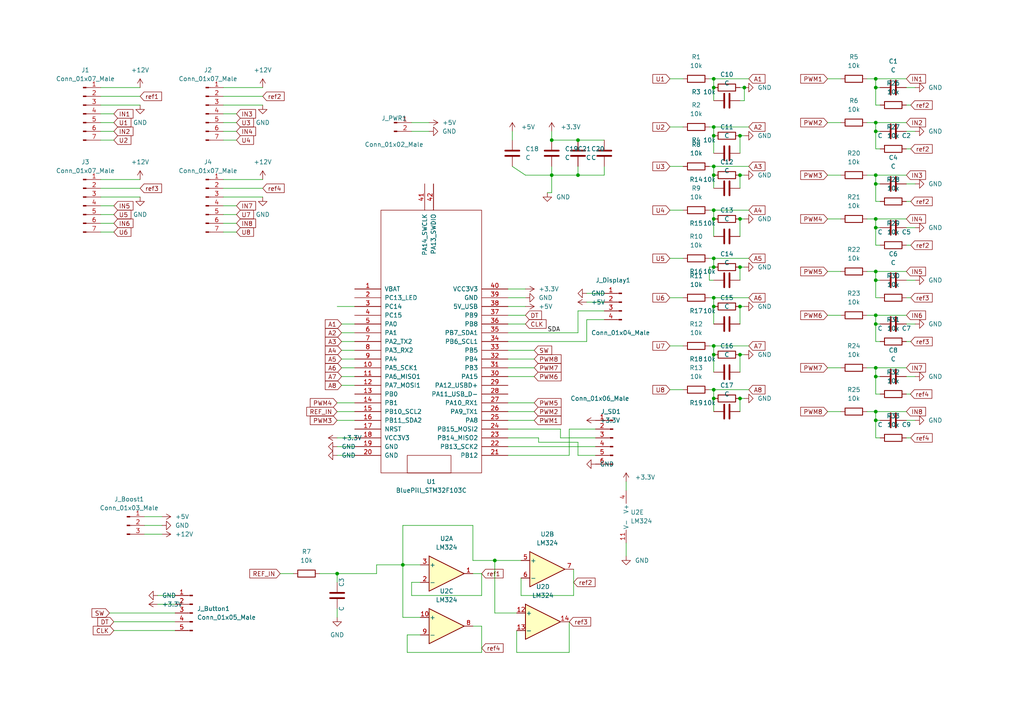
<source format=kicad_sch>
(kicad_sch (version 20211123) (generator eeschema)
  (paper "A4")
  (junction (at 254 109.22))
  (junction (at 214.63 63.5))
  (junction (at 207.01 48.26))
  (junction (at 254 53.34))
  (junction (at 254 119.38))
  (junction (at 254 25.4))
  (junction (at 116.84 163.83))
  (junction (at 160.02 40.64))
  (junction (at 254 93.98))
  (junction (at 214.63 77.47))
  (junction (at 143.51 162.56))
  (junction (at 214.63 115.57))
  (junction (at 207.01 39.37))
  (junction (at 214.63 50.8))
  (junction (at 254 121.92))
  (junction (at 207.01 86.36))
  (junction (at 254 91.44))
  (junction (at 207.01 102.87))
  (junction (at 207.01 25.4))
  (junction (at 207.01 77.47))
  (junction (at 207.01 88.9))
  (junction (at 207.01 22.86))
  (junction (at 97.79 166.37))
  (junction (at 160.02 50.8))
  (junction (at 207.01 74.93))
  (junction (at 167.64 50.8))
  (junction (at 254 35.56))
  (junction (at 254 50.8))
  (junction (at 214.63 88.9))
  (junction (at 207.01 115.57))
  (junction (at 215.9 25.4))
  (junction (at 214.63 39.37))
  (junction (at 254 78.74))
  (junction (at 254 81.28))
  (junction (at 207.01 63.5))
  (junction (at 254 63.5))
  (junction (at 207.01 100.33))
  (junction (at 214.63 102.87))
  (junction (at 254 106.68))
  (junction (at 207.01 113.03))
  (junction (at 207.01 36.83))
  (junction (at 207.01 60.96))
  (junction (at 254 66.04))
  (junction (at 254 22.86))
  (junction (at 207.01 50.8))
  (junction (at 254 38.1))
  (junction (at 167.64 40.64))
  (wire (pts (xy 240.03 78.74) (xy 243.84 78.74)))
  (wire (pts (xy 254 121.92) (xy 255.27 121.92)))
  (wire (pts (xy 160.02 48.26) (xy 160.02 50.8)))
  (wire (pts (xy 205.74 81.28) (xy 205.74 77.47)))
  (wire (pts (xy 262.89 86.36) (xy 264.16 86.36)))
  (wire (pts (xy 205.74 60.96) (xy 207.01 60.96)))
  (wire (pts (xy 116.84 152.4) (xy 116.84 163.83)))
  (wire (pts (xy 207.01 60.96) (xy 207.01 63.5)))
  (wire (pts (xy 139.7 172.72) (xy 119.38 172.72)))
  (wire (pts (xy 172.72 132.08) (xy 167.64 132.08)))
  (wire (pts (xy 207.01 113.03) (xy 207.01 115.57)))
  (wire (pts (xy 64.77 33.02) (xy 68.58 33.02)))
  (wire (pts (xy 148.59 38.1) (xy 148.59 40.64)))
  (wire (pts (xy 254 93.98) (xy 255.27 93.98)))
  (wire (pts (xy 170.18 92.71) (xy 170.18 99.06)))
  (wire (pts (xy 262.89 43.18) (xy 264.16 43.18)))
  (wire (pts (xy 254 119.38) (xy 254 121.92)))
  (wire (pts (xy 99.06 104.14) (xy 102.87 104.14)))
  (wire (pts (xy 262.89 71.12) (xy 264.16 71.12)))
  (wire (pts (xy 251.46 91.44) (xy 254 91.44)))
  (wire (pts (xy 119.38 172.72) (xy 119.38 168.91)))
  (wire (pts (xy 29.21 64.77) (xy 33.02 64.77)))
  (wire (pts (xy 118.11 184.15) (xy 121.92 184.15)))
  (wire (pts (xy 205.74 100.33) (xy 207.01 100.33)))
  (wire (pts (xy 254 50.8) (xy 262.89 50.8)))
  (wire (pts (xy 255.27 99.06) (xy 254 99.06)))
  (wire (pts (xy 172.72 127) (xy 162.56 127)))
  (wire (pts (xy 205.74 48.26) (xy 207.01 48.26)))
  (wire (pts (xy 254 93.98) (xy 254 99.06)))
  (wire (pts (xy 29.21 35.56) (xy 33.02 35.56)))
  (wire (pts (xy 194.31 60.96) (xy 198.12 60.96)))
  (wire (pts (xy 254 106.68) (xy 262.89 106.68)))
  (wire (pts (xy 207.01 115.57) (xy 207.01 119.38)))
  (wire (pts (xy 167.64 50.8) (xy 175.26 50.8)))
  (wire (pts (xy 29.21 25.4) (xy 40.64 25.4)))
  (wire (pts (xy 214.63 102.87) (xy 214.63 107.95)))
  (wire (pts (xy 214.63 39.37) (xy 214.63 44.45)))
  (wire (pts (xy 240.03 119.38) (xy 243.84 119.38)))
  (wire (pts (xy 64.77 59.69) (xy 68.58 59.69)))
  (wire (pts (xy 251.46 35.56) (xy 254 35.56)))
  (wire (pts (xy 64.77 38.1) (xy 68.58 38.1)))
  (wire (pts (xy 207.01 113.03) (xy 217.17 113.03)))
  (wire (pts (xy 156.21 128.27) (xy 156.21 127)))
  (wire (pts (xy 254 91.44) (xy 254 93.98)))
  (wire (pts (xy 207.01 86.36) (xy 207.01 88.9)))
  (wire (pts (xy 167.64 40.64) (xy 175.26 40.64)))
  (wire (pts (xy 207.01 50.8) (xy 207.01 54.61)))
  (wire (pts (xy 170.18 87.63) (xy 175.26 87.63)))
  (wire (pts (xy 254 81.28) (xy 254 86.36)))
  (wire (pts (xy 41.91 149.86) (xy 46.99 149.86)))
  (wire (pts (xy 255.27 86.36) (xy 254 86.36)))
  (wire (pts (xy 255.27 71.12) (xy 254 71.12)))
  (wire (pts (xy 147.32 101.6) (xy 154.94 101.6)))
  (wire (pts (xy 97.79 132.08) (xy 102.87 132.08)))
  (wire (pts (xy 33.02 180.34) (xy 50.8 180.34)))
  (wire (pts (xy 207.01 74.93) (xy 217.17 74.93)))
  (wire (pts (xy 207.01 48.26) (xy 207.01 50.8)))
  (wire (pts (xy 29.21 57.15) (xy 40.64 57.15)))
  (wire (pts (xy 255.27 127) (xy 254 127)))
  (wire (pts (xy 254 78.74) (xy 262.89 78.74)))
  (wire (pts (xy 149.86 189.23) (xy 149.86 182.88)))
  (wire (pts (xy 97.79 116.84) (xy 102.87 116.84)))
  (wire (pts (xy 207.01 48.26) (xy 217.17 48.26)))
  (wire (pts (xy 251.46 119.38) (xy 254 119.38)))
  (wire (pts (xy 147.32 93.98) (xy 152.4 93.98)))
  (wire (pts (xy 147.32 109.22) (xy 154.94 109.22)))
  (wire (pts (xy 254 66.04) (xy 254 71.12)))
  (wire (pts (xy 254 63.5) (xy 262.89 63.5)))
  (wire (pts (xy 137.16 166.37) (xy 139.7 166.37)))
  (wire (pts (xy 29.21 27.94) (xy 40.64 27.94)))
  (wire (pts (xy 207.01 36.83) (xy 207.01 39.37)))
  (wire (pts (xy 254 53.34) (xy 254 58.42)))
  (wire (pts (xy 207.01 25.4) (xy 207.01 29.21)))
  (wire (pts (xy 207.01 88.9) (xy 207.01 93.98)))
  (wire (pts (xy 64.77 57.15) (xy 76.2 57.15)))
  (wire (pts (xy 240.03 50.8) (xy 243.84 50.8)))
  (wire (pts (xy 262.89 121.92) (xy 265.43 121.92)))
  (wire (pts (xy 147.32 132.08) (xy 165.1 132.08)))
  (wire (pts (xy 45.72 175.26) (xy 50.8 175.26)))
  (wire (pts (xy 254 63.5) (xy 254 66.04)))
  (wire (pts (xy 255.27 58.42) (xy 254 58.42)))
  (wire (pts (xy 99.06 93.98) (xy 102.87 93.98)))
  (wire (pts (xy 207.01 22.86) (xy 207.01 25.4)))
  (wire (pts (xy 254 81.28) (xy 255.27 81.28)))
  (wire (pts (xy 137.16 181.61) (xy 139.7 181.61)))
  (wire (pts (xy 167.64 128.27) (xy 156.21 128.27)))
  (wire (pts (xy 207.01 39.37) (xy 207.01 44.45)))
  (wire (pts (xy 262.89 66.04) (xy 265.43 66.04)))
  (wire (pts (xy 207.01 86.36) (xy 217.17 86.36)))
  (wire (pts (xy 116.84 163.83) (xy 109.22 163.83)))
  (wire (pts (xy 147.32 121.92) (xy 154.94 121.92)))
  (wire (pts (xy 207.01 100.33) (xy 207.01 102.87)))
  (wire (pts (xy 152.4 50.8) (xy 160.02 50.8)))
  (wire (pts (xy 64.77 64.77) (xy 68.58 64.77)))
  (wire (pts (xy 97.79 88.9) (xy 102.87 88.9)))
  (wire (pts (xy 207.01 36.83) (xy 217.17 36.83)))
  (wire (pts (xy 254 22.86) (xy 262.89 22.86)))
  (wire (pts (xy 205.74 86.36) (xy 207.01 86.36)))
  (wire (pts (xy 207.01 63.5) (xy 207.01 68.58)))
  (wire (pts (xy 207.01 22.86) (xy 217.17 22.86)))
  (wire (pts (xy 240.03 91.44) (xy 243.84 91.44)))
  (wire (pts (xy 99.06 106.68) (xy 102.87 106.68)))
  (wire (pts (xy 167.64 40.64) (xy 160.02 40.64)))
  (wire (pts (xy 119.38 168.91) (xy 121.92 168.91)))
  (wire (pts (xy 175.26 92.71) (xy 170.18 92.71)))
  (wire (pts (xy 165.1 180.34) (xy 165.1 189.23)))
  (wire (pts (xy 41.91 152.4) (xy 46.99 152.4)))
  (wire (pts (xy 97.79 129.54) (xy 102.87 129.54)))
  (wire (pts (xy 160.02 38.1) (xy 160.02 40.64)))
  (wire (pts (xy 167.64 132.08) (xy 167.64 128.27)))
  (wire (pts (xy 215.9 63.5) (xy 214.63 63.5)))
  (wire (pts (xy 194.31 22.86) (xy 198.12 22.86)))
  (wire (pts (xy 29.21 38.1) (xy 33.02 38.1)))
  (wire (pts (xy 254 78.74) (xy 254 81.28)))
  (wire (pts (xy 147.32 86.36) (xy 152.4 86.36)))
  (wire (pts (xy 151.13 162.56) (xy 143.51 162.56)))
  (wire (pts (xy 262.89 99.06) (xy 264.16 99.06)))
  (wire (pts (xy 162.56 127) (xy 162.56 124.46)))
  (wire (pts (xy 64.77 40.64) (xy 68.58 40.64)))
  (wire (pts (xy 139.7 166.37) (xy 139.7 172.72)))
  (wire (pts (xy 64.77 35.56) (xy 68.58 35.56)))
  (wire (pts (xy 240.03 35.56) (xy 243.84 35.56)))
  (wire (pts (xy 254 25.4) (xy 254 30.48)))
  (wire (pts (xy 149.86 177.8) (xy 143.51 177.8)))
  (wire (pts (xy 29.21 54.61) (xy 40.64 54.61)))
  (wire (pts (xy 205.74 36.83) (xy 207.01 36.83)))
  (wire (pts (xy 215.9 39.37) (xy 214.63 39.37)))
  (wire (pts (xy 160.02 55.88) (xy 158.75 55.88)))
  (wire (pts (xy 64.77 30.48) (xy 76.2 30.48)))
  (wire (pts (xy 99.06 99.06) (xy 102.87 99.06)))
  (wire (pts (xy 214.63 77.47) (xy 214.63 81.28)))
  (wire (pts (xy 254 38.1) (xy 255.27 38.1)))
  (wire (pts (xy 254 35.56) (xy 262.89 35.56)))
  (wire (pts (xy 165.1 124.46) (xy 165.1 132.08)))
  (wire (pts (xy 160.02 50.8) (xy 167.64 50.8)))
  (wire (pts (xy 207.01 102.87) (xy 207.01 107.95)))
  (wire (pts (xy 207.01 100.33) (xy 217.17 100.33)))
  (wire (pts (xy 240.03 106.68) (xy 243.84 106.68)))
  (wire (pts (xy 29.21 30.48) (xy 40.64 30.48)))
  (wire (pts (xy 99.06 96.52) (xy 102.87 96.52)))
  (wire (pts (xy 194.31 86.36) (xy 198.12 86.36)))
  (wire (pts (xy 147.32 116.84) (xy 154.94 116.84)))
  (wire (pts (xy 160.02 50.8) (xy 160.02 55.88)))
  (wire (pts (xy 254 25.4) (xy 255.27 25.4)))
  (wire (pts (xy 121.92 179.07) (xy 116.84 179.07)))
  (wire (pts (xy 194.31 48.26) (xy 198.12 48.26)))
  (wire (pts (xy 254 35.56) (xy 254 38.1)))
  (wire (pts (xy 254 91.44) (xy 262.89 91.44)))
  (wire (pts (xy 205.74 22.86) (xy 207.01 22.86)))
  (wire (pts (xy 254 22.86) (xy 254 25.4)))
  (wire (pts (xy 147.32 129.54) (xy 172.72 129.54)))
  (wire (pts (xy 97.79 127) (xy 102.87 127)))
  (wire (pts (xy 118.11 189.23) (xy 118.11 184.15)))
  (wire (pts (xy 262.89 93.98) (xy 265.43 93.98)))
  (wire (pts (xy 64.77 27.94) (xy 76.2 27.94)))
  (wire (pts (xy 215.9 25.4) (xy 214.63 25.4)))
  (wire (pts (xy 147.32 127) (xy 156.21 127)))
  (wire (pts (xy 254 53.34) (xy 255.27 53.34)))
  (wire (pts (xy 139.7 181.61) (xy 139.7 189.23)))
  (wire (pts (xy 255.27 43.18) (xy 254 43.18)))
  (wire (pts (xy 99.06 101.6) (xy 102.87 101.6)))
  (wire (pts (xy 262.89 38.1) (xy 265.43 38.1)))
  (wire (pts (xy 167.64 50.8) (xy 167.64 48.26)))
  (wire (pts (xy 251.46 78.74) (xy 254 78.74)))
  (wire (pts (xy 194.31 74.93) (xy 198.12 74.93)))
  (wire (pts (xy 251.46 50.8) (xy 254 50.8)))
  (wire (pts (xy 214.63 88.9) (xy 214.63 93.98)))
  (wire (pts (xy 139.7 189.23) (xy 118.11 189.23)))
  (wire (pts (xy 262.89 127) (xy 264.16 127)))
  (wire (pts (xy 33.02 182.88) (xy 50.8 182.88)))
  (wire (pts (xy 29.21 59.69) (xy 33.02 59.69)))
  (wire (pts (xy 64.77 62.23) (xy 68.58 62.23)))
  (wire (pts (xy 170.18 99.06) (xy 147.32 99.06)))
  (wire (pts (xy 254 119.38) (xy 262.89 119.38)))
  (wire (pts (xy 147.32 104.14) (xy 154.94 104.14)))
  (wire (pts (xy 97.79 166.37) (xy 97.79 168.91)))
  (wire (pts (xy 92.71 166.37) (xy 97.79 166.37)))
  (wire (pts (xy 207.01 74.93) (xy 207.01 77.47)))
  (wire (pts (xy 205.74 113.03) (xy 207.01 113.03)))
  (wire (pts (xy 167.64 96.52) (xy 167.64 90.17)))
  (wire (pts (xy 29.21 67.31) (xy 33.02 67.31)))
  (wire (pts (xy 194.31 113.03) (xy 198.12 113.03)))
  (wire (pts (xy 215.9 115.57) (xy 214.63 115.57)))
  (wire (pts (xy 64.77 54.61) (xy 76.2 54.61)))
  (wire (pts (xy 254 38.1) (xy 254 43.18)))
  (wire (pts (xy 181.61 139.7) (xy 181.61 142.24)))
  (wire (pts (xy 240.03 22.86) (xy 243.84 22.86)))
  (wire (pts (xy 254 50.8) (xy 254 53.34)))
  (wire (pts (xy 175.26 48.26) (xy 175.26 50.8)))
  (wire (pts (xy 262.89 109.22) (xy 265.43 109.22)))
  (wire (pts (xy 109.22 163.83) (xy 109.22 166.37)))
  (wire (pts (xy 148.59 48.26) (xy 152.4 50.8)))
  (wire (pts (xy 29.21 52.07) (xy 40.64 52.07)))
  (wire (pts (xy 64.77 25.4) (xy 76.2 25.4)))
  (wire (pts (xy 215.9 29.21) (xy 215.9 25.4)))
  (wire (pts (xy 215.9 50.8) (xy 214.63 50.8)))
  (wire (pts (xy 151.13 172.72) (xy 151.13 167.64)))
  (wire (pts (xy 97.79 119.38) (xy 102.87 119.38)))
  (wire (pts (xy 166.37 172.72) (xy 151.13 172.72)))
  (wire (pts (xy 215.9 102.87) (xy 214.63 102.87)))
  (wire (pts (xy 215.9 77.47) (xy 214.63 77.47)))
  (wire (pts (xy 45.72 172.72) (xy 50.8 172.72)))
  (wire (pts (xy 147.32 106.68) (xy 154.94 106.68)))
  (wire (pts (xy 64.77 52.07) (xy 76.2 52.07)))
  (wire (pts (xy 262.89 25.4) (xy 265.43 25.4)))
  (wire (pts (xy 166.37 165.1) (xy 166.37 172.72)))
  (wire (pts (xy 121.92 163.83) (xy 116.84 163.83)))
  (wire (pts (xy 99.06 109.22) (xy 102.87 109.22)))
  (wire (pts (xy 119.38 38.1) (xy 124.46 38.1)))
  (wire (pts (xy 251.46 106.68) (xy 254 106.68)))
  (wire (pts (xy 147.32 124.46) (xy 162.56 124.46)))
  (wire (pts (xy 29.21 40.64) (xy 33.02 40.64)))
  (wire (pts (xy 205.74 81.28) (xy 207.01 81.28)))
  (wire (pts (xy 41.91 154.94) (xy 46.99 154.94)))
  (wire (pts (xy 165.1 189.23) (xy 149.86 189.23)))
  (wire (pts (xy 254 121.92) (xy 254 127)))
  (wire (pts (xy 255.27 114.3) (xy 254 114.3)))
  (wire (pts (xy 116.84 163.83) (xy 116.84 179.07)))
  (wire (pts (xy 143.51 162.56) (xy 137.16 162.56)))
  (wire (pts (xy 240.03 63.5) (xy 243.84 63.5)))
  (wire (pts (xy 251.46 63.5) (xy 254 63.5)))
  (wire (pts (xy 172.72 124.46) (xy 165.1 124.46)))
  (wire (pts (xy 147.32 83.82) (xy 152.4 83.82)))
  (wire (pts (xy 147.32 96.52) (xy 167.64 96.52)))
  (wire (pts (xy 262.89 30.48) (xy 264.16 30.48)))
  (wire (pts (xy 214.63 29.21) (xy 215.9 29.21)))
  (wire (pts (xy 119.38 35.56) (xy 124.46 35.56)))
  (wire (pts (xy 254 106.68) (xy 254 109.22)))
  (wire (pts (xy 214.63 68.58) (xy 214.63 63.5)))
  (wire (pts (xy 205.74 77.47) (xy 207.01 77.47)))
  (wire (pts (xy 99.06 111.76) (xy 102.87 111.76)))
  (wire (pts (xy 29.21 62.23) (xy 33.02 62.23)))
  (wire (pts (xy 254 66.04) (xy 255.27 66.04)))
  (wire (pts (xy 251.46 22.86) (xy 254 22.86)))
  (wire (pts (xy 109.22 166.37) (xy 97.79 166.37)))
  (wire (pts (xy 147.32 88.9) (xy 152.4 88.9)))
  (wire (pts (xy 181.61 157.48) (xy 181.61 161.29)))
  (wire (pts (xy 137.16 162.56) (xy 137.16 152.4)))
  (wire (pts (xy 81.28 166.37) (xy 85.09 166.37)))
  (wire (pts (xy 29.21 33.02) (xy 33.02 33.02)))
  (wire (pts (xy 194.31 36.83) (xy 198.12 36.83)))
  (wire (pts (xy 167.64 90.17) (xy 175.26 90.17)))
  (wire (pts (xy 262.89 81.28) (xy 265.43 81.28)))
  (wire (pts (xy 262.89 58.42) (xy 264.16 58.42)))
  (wire (pts (xy 194.31 100.33) (xy 198.12 100.33)))
  (wire (pts (xy 254 109.22) (xy 254 114.3)))
  (wire (pts (xy 214.63 50.8) (xy 214.63 54.61)))
  (wire (pts (xy 170.18 85.09) (xy 175.26 85.09)))
  (wire (pts (xy 97.79 121.92) (xy 102.87 121.92)))
  (wire (pts (xy 97.79 176.53) (xy 97.79 179.07)))
  (wire (pts (xy 147.32 119.38) (xy 154.94 119.38)))
  (wire (pts (xy 207.01 60.96) (xy 217.17 60.96)))
  (wire (pts (xy 262.89 114.3) (xy 264.16 114.3)))
  (wire (pts (xy 254 109.22) (xy 255.27 109.22)))
  (wire (pts (xy 214.63 115.57) (xy 214.63 119.38)))
  (wire (pts (xy 255.27 30.48) (xy 254 30.48)))
  (wire (pts (xy 64.77 67.31) (xy 68.58 67.31)))
  (wire (pts (xy 31.75 177.8) (xy 50.8 177.8)))
  (wire (pts (xy 147.32 91.44) (xy 152.4 91.44)))
  (wire (pts (xy 205.74 74.93) (xy 207.01 74.93)))
  (wire (pts (xy 143.51 162.56) (xy 143.51 177.8)))
  (wire (pts (xy 137.16 152.4) (xy 116.84 152.4)))
  (wire (pts (xy 262.89 53.34) (xy 265.43 53.34)))
  (wire (pts (xy 215.9 88.9) (xy 214.63 88.9)))
  (label "SDA" (at 158.75 96.52 0))
  (global_label "ref4" (shape input) (at 264.16 127 0) (property "Intersheet References" "${INTERSHEET_REFS}" (effects hide)))
  (global_label "ref3" (shape input) (at 165.1 180.34 0) (property "Intersheet References" "${INTERSHEET_REFS}" (effects hide)))
  (global_label "A8" (shape input) (at 217.17 113.03 0) (property "Intersheet References" "${INTERSHEET_REFS}" (effects hide)))
  (global_label "A4" (shape input) (at 217.17 60.96 0) (property "Intersheet References" "${INTERSHEET_REFS}" (effects hide)))
  (global_label "IN5" (shape input) (at 33.02 59.69 0) (property "Intersheet References" "${INTERSHEET_REFS}" (effects hide)))
  (global_label "SW" (shape input) (at 154.94 101.6 0) (property "Intersheet References" "${INTERSHEET_REFS}" (effects hide)))
  (global_label "ref3" (shape input) (at 264.16 99.06 0) (property "Intersheet References" "${INTERSHEET_REFS}" (effects hide)))
  (global_label "IN1" (shape input) (at 33.02 33.02 0) (property "Intersheet References" "${INTERSHEET_REFS}" (effects hide)))
  (global_label "ref3" (shape input) (at 264.16 86.36 0) (property "Intersheet References" "${INTERSHEET_REFS}" (effects hide)))
  (global_label "U2" (shape input) (at 194.31 36.83 180) (property "Intersheet References" "${INTERSHEET_REFS}" (effects hide)))
  (global_label "ref2" (shape input) (at 264.16 58.42 0) (property "Intersheet References" "${INTERSHEET_REFS}" (effects hide)))
  (global_label "ref3" (shape input) (at 40.64 54.61 0) (property "Intersheet References" "${INTERSHEET_REFS}" (effects hide)))
  (global_label "PWM7" (shape input) (at 240.03 106.68 180) (property "Intersheet References" "${INTERSHEET_REFS}" (effects hide)))
  (global_label "ref1" (shape input) (at 139.7 166.37 0) (property "Intersheet References" "${INTERSHEET_REFS}" (effects hide)))
  (global_label "IN8" (shape input) (at 68.58 64.77 0) (property "Intersheet References" "${INTERSHEET_REFS}" (effects hide)))
  (global_label "SW" (shape input) (at 31.75 177.8 180) (property "Intersheet References" "${INTERSHEET_REFS}" (effects hide)))
  (global_label "A8" (shape input) (at 99.06 111.76 180) (property "Intersheet References" "${INTERSHEET_REFS}" (effects hide)))
  (global_label "PWM3" (shape input) (at 240.03 50.8 180) (property "Intersheet References" "${INTERSHEET_REFS}" (effects hide)))
  (global_label "IN4" (shape input) (at 262.89 63.5 0) (property "Intersheet References" "${INTERSHEET_REFS}" (effects hide)))
  (global_label "U5" (shape input) (at 194.31 74.93 180) (property "Intersheet References" "${INTERSHEET_REFS}" (effects hide)))
  (global_label "U5" (shape input) (at 33.02 62.23 0) (property "Intersheet References" "${INTERSHEET_REFS}" (effects hide)))
  (global_label "ref1" (shape input) (at 40.64 27.94 0) (property "Intersheet References" "${INTERSHEET_REFS}" (effects hide)))
  (global_label "A7" (shape input) (at 217.17 100.33 0) (property "Intersheet References" "${INTERSHEET_REFS}" (effects hide)))
  (global_label "IN2" (shape input) (at 33.02 38.1 0) (property "Intersheet References" "${INTERSHEET_REFS}" (effects hide)))
  (global_label "U6" (shape input) (at 194.31 86.36 180) (property "Intersheet References" "${INTERSHEET_REFS}" (effects hide)))
  (global_label "IN4" (shape input) (at 68.58 38.1 0) (property "Intersheet References" "${INTERSHEET_REFS}" (effects hide)))
  (global_label "PWM2" (shape input) (at 154.94 119.38 0) (property "Intersheet References" "${INTERSHEET_REFS}" (effects hide)))
  (global_label "A4" (shape input) (at 99.06 101.6 180) (property "Intersheet References" "${INTERSHEET_REFS}" (effects hide)))
  (global_label "IN8" (shape input) (at 262.89 119.38 0) (property "Intersheet References" "${INTERSHEET_REFS}" (effects hide)))
  (global_label "IN6" (shape input) (at 262.89 91.44 0) (property "Intersheet References" "${INTERSHEET_REFS}" (effects hide)))
  (global_label "PWM1" (shape input) (at 240.03 22.86 180) (property "Intersheet References" "${INTERSHEET_REFS}" (effects hide)))
  (global_label "A3" (shape input) (at 217.17 48.26 0) (property "Intersheet References" "${INTERSHEET_REFS}" (effects hide)))
  (global_label "U2" (shape input) (at 33.02 40.64 0) (property "Intersheet References" "${INTERSHEET_REFS}" (effects hide)))
  (global_label "PWM1" (shape input) (at 154.94 121.92 0) (property "Intersheet References" "${INTERSHEET_REFS}" (effects hide)))
  (global_label "A2" (shape input) (at 217.17 36.83 0) (property "Intersheet References" "${INTERSHEET_REFS}" (effects hide)))
  (global_label "IN7" (shape input) (at 68.58 59.69 0) (property "Intersheet References" "${INTERSHEET_REFS}" (effects hide)))
  (global_label "A5" (shape input) (at 99.06 104.14 180) (property "Intersheet References" "${INTERSHEET_REFS}" (effects hide)))
  (global_label "U8" (shape input) (at 68.58 67.31 0) (property "Intersheet References" "${INTERSHEET_REFS}" (effects hide)))
  (global_label "U7" (shape input) (at 194.31 100.33 180) (property "Intersheet References" "${INTERSHEET_REFS}" (effects hide)))
  (global_label "ref2" (shape input) (at 264.16 71.12 0) (property "Intersheet References" "${INTERSHEET_REFS}" (effects hide)))
  (global_label "PWM8" (shape input) (at 240.03 119.38 180) (property "Intersheet References" "${INTERSHEET_REFS}" (effects hide)))
  (global_label "IN5" (shape input) (at 262.89 78.74 0) (property "Intersheet References" "${INTERSHEET_REFS}" (effects hide)))
  (global_label "CLK" (shape input) (at 152.4 93.98 0) (property "Intersheet References" "${INTERSHEET_REFS}" (effects hide)))
  (global_label "A6" (shape input) (at 217.17 86.36 0) (property "Intersheet References" "${INTERSHEET_REFS}" (effects hide)))
  (global_label "DT" (shape input) (at 152.4 91.44 0) (property "Intersheet References" "${INTERSHEET_REFS}" (effects hide)))
  (global_label "ref2" (shape input) (at 76.2 27.94 0) (property "Intersheet References" "${INTERSHEET_REFS}" (effects hide)))
  (global_label "ref2" (shape input) (at 264.16 43.18 0) (property "Intersheet References" "${INTERSHEET_REFS}" (effects hide)))
  (global_label "PWM7" (shape input) (at 154.94 106.68 0) (property "Intersheet References" "${INTERSHEET_REFS}" (effects hide)))
  (global_label "ref4" (shape input) (at 76.2 54.61 0) (property "Intersheet References" "${INTERSHEET_REFS}" (effects hide)))
  (global_label "PWM5" (shape input) (at 154.94 116.84 0) (property "Intersheet References" "${INTERSHEET_REFS}" (effects hide)))
  (global_label "CLK" (shape input) (at 33.02 182.88 180) (property "Intersheet References" "${INTERSHEET_REFS}" (effects hide)))
  (global_label "REF_IN" (shape input) (at 97.79 119.38 180) (property "Intersheet References" "${INTERSHEET_REFS}" (effects hide)))
  (global_label "IN2" (shape input) (at 262.89 35.56 0) (property "Intersheet References" "${INTERSHEET_REFS}" (effects hide)))
  (global_label "A2" (shape input) (at 99.06 96.52 180) (property "Intersheet References" "${INTERSHEET_REFS}" (effects hide)))
  (global_label "PWM4" (shape input) (at 97.79 116.84 180) (property "Intersheet References" "${INTERSHEET_REFS}" (effects hide)))
  (global_label "A5" (shape input) (at 217.17 74.93 0) (property "Intersheet References" "${INTERSHEET_REFS}" (effects hide)))
  (global_label "PWM8" (shape input) (at 154.94 104.14 0) (property "Intersheet References" "${INTERSHEET_REFS}" (effects hide)))
  (global_label "U4" (shape input) (at 194.31 60.96 180) (property "Intersheet References" "${INTERSHEET_REFS}" (effects hide)))
  (global_label "U3" (shape input) (at 68.58 35.56 0) (property "Intersheet References" "${INTERSHEET_REFS}" (effects hide)))
  (global_label "DT" (shape input) (at 33.02 180.34 180) (property "Intersheet References" "${INTERSHEET_REFS}" (effects hide)))
  (global_label "PWM3" (shape input) (at 97.79 121.92 180) (property "Intersheet References" "${INTERSHEET_REFS}" (effects hide)))
  (global_label "IN7" (shape input) (at 262.89 106.68 0) (property "Intersheet References" "${INTERSHEET_REFS}" (effects hide)))
  (global_label "A3" (shape input) (at 99.06 99.06 180) (property "Intersheet References" "${INTERSHEET_REFS}" (effects hide)))
  (global_label "U6" (shape input) (at 33.02 67.31 0) (property "Intersheet References" "${INTERSHEET_REFS}" (effects hide)))
  (global_label "ref4" (shape input) (at 264.0496 114.3 0) (property "Intersheet References" "${INTERSHEET_REFS}" (effects hide)))
  (global_label "A1" (shape input) (at 217.17 22.86 0) (property "Intersheet References" "${INTERSHEET_REFS}" (effects hide)))
  (global_label "A1" (shape input) (at 99.06 93.98 180) (property "Intersheet References" "${INTERSHEET_REFS}" (effects hide)))
  (global_label "IN1" (shape input) (at 262.89 22.86 0) (property "Intersheet References" "${INTERSHEET_REFS}" (effects hide)))
  (global_label "U4" (shape input) (at 68.58 40.64 0) (property "Intersheet References" "${INTERSHEET_REFS}" (effects hide)))
  (global_label "IN6" (shape input) (at 33.02 64.77 0) (property "Intersheet References" "${INTERSHEET_REFS}" (effects hide)))
  (global_label "U8" (shape input) (at 194.31 113.03 180) (property "Intersheet References" "${INTERSHEET_REFS}" (effects hide)))
  (global_label "U1" (shape input) (at 33.02 35.56 0) (property "Intersheet References" "${INTERSHEET_REFS}" (effects hide)))
  (global_label "ref2" (shape input) (at 166.37 168.91 0) (property "Intersheet References" "${INTERSHEET_REFS}" (effects hide)))
  (global_label "A6" (shape input) (at 99.06 106.68 180) (property "Intersheet References" "${INTERSHEET_REFS}" (effects hide)))
  (global_label "PWM6" (shape input) (at 154.94 109.22 0) (property "Intersheet References" "${INTERSHEET_REFS}" (effects hide)))
  (global_label "IN3" (shape input) (at 262.89 50.8 0) (property "Intersheet References" "${INTERSHEET_REFS}" (effects hide)))
  (global_label "U1" (shape input) (at 194.31 22.86 180) (property "Intersheet References" "${INTERSHEET_REFS}" (effects hide)))
  (global_label "PWM4" (shape input) (at 240.03 63.5 180) (property "Intersheet References" "${INTERSHEET_REFS}" (effects hide)))
  (global_label "PWM2" (shape input) (at 240.03 35.56 180) (property "Intersheet References" "${INTERSHEET_REFS}" (effects hide)))
  (global_label "PWM6" (shape input) (at 240.03 91.44 180) (property "Intersheet References" "${INTERSHEET_REFS}" (effects hide)))
  (global_label "A7" (shape input) (at 99.06 109.22 180) (property "Intersheet References" "${INTERSHEET_REFS}" (effects hide)))
  (global_label "U7" (shape input) (at 68.58 62.23 0) (property "Intersheet References" "${INTERSHEET_REFS}" (effects hide)))
  (global_label "ref2" (shape input) (at 264.16 30.48 0) (property "Intersheet References" "${INTERSHEET_REFS}" (effects hide)))
  (global_label "ref4" (shape input) (at 139.7 187.96 0) (property "Intersheet References" "${INTERSHEET_REFS}" (effects hide)))
  (global_label "IN3" (shape input) (at 68.58 33.02 0) (property "Intersheet References" "${INTERSHEET_REFS}" (effects hide)))
  (global_label "REF_IN" (shape input) (at 81.28 166.37 180) (property "Intersheet References" "${INTERSHEET_REFS}" (effects hide)))
  (global_label "U3" (shape input) (at 194.31 48.26 180) (property "Intersheet References" "${INTERSHEET_REFS}" (effects hide)))
  (global_label "PWM5" (shape input) (at 240.03 78.74 180) (property "Intersheet References" "${INTERSHEET_REFS}" (effects hide)))
  (symbol (lib_id "Device:R") (at 259.08 86.36 270) (unit 1)
    (property "Reference" "R30" (at 259.08 80.01 90))
    (property "Value" "10k" (at 259.08 82.55 90))
    (property "Footprint" "Resistor_SMD:R_1206_3216Metric" (effects hide))
  )
  (symbol (lib_id "power:+12V") (at 76.2 25.4 0) (unit 1)
    (property "Reference" "#PWR0138" (effects hide))
    (property "Value" "+12V" (at 76.2 20.32 0))
  )
  (symbol (lib_id "power:+5V") (at 152.4 88.9 270) (unit 1)
    (property "Reference" "#PWR0109" (effects hide))
    (property "Value" "+5V" (at 156.21 88.8999 90) (effects (justify left)))
  )
  (symbol (lib_id "power:GND") (at 265.43 81.28 90) (unit 1)
    (property "Reference" "#PWR0125" (effects hide))
    (property "Value" "GND" (at 269.24 81.2799 90) (effects (justify right)))
  )
  (symbol (lib_id "Device:R") (at 259.08 99.06 270) (unit 1)
    (property "Reference" "R31" (at 259.08 92.71 90))
    (property "Value" "10k" (at 259.08 95.25 90))
    (property "Footprint" "Resistor_SMD:R_1206_3216Metric" (effects hide))
  )
  (symbol (lib_id "Connector:Conn_01x07_Male") (at 24.13 59.69 0) (unit 1)
    (property "Reference" "J3" (at 24.765 46.99 0))
    (property "Value" "Conn_01x07_Male" (at 24.765 49.53 0))
    (property "Footprint" "Connector_PinHeader_2.54mm:PinHeader_1x07_P2.54mm_Vertical" (effects hide))
  )
  (symbol (lib_id "power:GND") (at 215.9 39.37 90) (unit 1)
    (property "Reference" "#PWR0105" (effects hide))
    (property "Value" "GND" (at 219.71 39.3699 90) (effects (justify right)))
  )
  (symbol (lib_id "Device:R") (at 201.93 36.83 270) (unit 1)
    (property "Reference" "R2" (at 201.93 30.48 90))
    (property "Value" "10k" (at 201.93 33.02 90))
    (property "Footprint" "Resistor_SMD:R_1206_3216Metric" (effects hide))
  )
  (symbol (lib_id "power:GND") (at 76.2 57.15 0) (unit 1)
    (property "Reference" "#PWR0135" (effects hide))
    (property "Value" "GND" (at 76.2 62.23 0))
  )
  (symbol (lib_id "Device:C") (at 210.82 93.98 90) (unit 1)
    (property "Reference" "C15" (at 210.82 86.36 90))
    (property "Value" "C" (at 210.82 88.9 90))
    (property "Footprint" "Capacitor_SMD:C_0805_2012Metric" (effects hide))
  )
  (symbol (lib_id "Device:C") (at 210.82 81.28 90) (unit 1)
    (property "Reference" "C14" (at 210.82 73.66 90))
    (property "Value" "C" (at 210.82 76.2 90))
    (property "Footprint" "Capacitor_SMD:C_0805_2012Metric" (effects hide))
  )
  (symbol (lib_id "Device:R") (at 210.82 25.4 90) (unit 1)
    (property "Reference" "R3" (at 201.93 26.67 90))
    (property "Value" "10k" (at 205.74 26.67 90))
    (property "Footprint" "Resistor_SMD:R_1206_3216Metric" (effects hide))
  )
  (symbol (lib_id "Device:R") (at 259.08 114.3 270) (unit 1)
    (property "Reference" "R32" (at 259.08 107.95 90))
    (property "Value" "10k" (at 259.08 110.49 90))
    (property "Footprint" "Resistor_SMD:R_1206_3216Metric" (effects hide))
  )
  (symbol (lib_id "Device:R") (at 201.93 100.33 270) (unit 1)
    (property "Reference" "R12" (at 201.93 93.98 90))
    (property "Value" "10k" (at 201.93 96.52 90))
    (property "Footprint" "Resistor_SMD:R_1206_3216Metric" (effects hide))
  )
  (symbol (lib_id "power:GND") (at 265.43 93.98 90) (unit 1)
    (property "Reference" "#PWR0127" (effects hide))
    (property "Value" "GND" (at 269.24 93.9799 90) (effects (justify right)))
  )
  (symbol (lib_id "Amplifier_Operational:LM324") (at 184.15 149.86 0) (unit 5)
    (property "Reference" "U2" (at 182.88 148.5899 0) (effects (justify left)))
    (property "Value" "LM324" (at 182.88 151.1299 0) (effects (justify left)))
    (property "Footprint" "Package_SO:SOIC-14_3.9x8.7mm_P1.27mm" (effects hide))
    (property "Datasheet" "http://www.ti.com/lit/ds/symlink/lm2902-n.pdf" (effects hide))
  )
  (symbol (lib_id "Device:C") (at 259.08 25.4 90) (unit 1)
    (property "Reference" "C1" (at 259.08 17.78 90))
    (property "Value" "C" (at 259.08 20.32 90))
    (property "Footprint" "Capacitor_SMD:C_0805_2012Metric" (effects hide))
  )
  (symbol (lib_id "Device:R") (at 247.65 78.74 270) (unit 1)
    (property "Reference" "R22" (at 247.65 72.39 90))
    (property "Value" "10k" (at 247.65 74.93 90))
    (property "Footprint" "Resistor_SMD:R_1206_3216Metric" (effects hide))
  )
  (symbol (lib_id "power:GND") (at 265.43 38.1 90) (unit 1)
    (property "Reference" "#PWR0102" (effects hide))
    (property "Value" "GND" (at 269.24 38.0999 90) (effects (justify right)))
  )
  (symbol (lib_id "Device:C") (at 97.79 172.72 180) (unit 1)
    (property "Reference" "C3" (at 99.06 168.91 90))
    (property "Value" "C" (at 99.06 176.53 90))
    (property "Footprint" "Capacitor_SMD:C_0805_2012Metric" (effects hide))
  )
  (symbol (lib_id "power:GND") (at 265.43 53.34 90) (unit 1)
    (property "Reference" "#PWR0120" (effects hide))
    (property "Value" "GND" (at 269.24 53.3399 90) (effects (justify right)))
  )
  (symbol (lib_id "power:GND") (at 40.64 30.48 0) (unit 1)
    (property "Reference" "#PWR0104" (effects hide))
    (property "Value" "GND" (at 40.64 35.56 0))
  )
  (symbol (lib_id "power:GND") (at 97.79 179.07 0) (unit 1)
    (property "Reference" "#PWR0112" (effects hide))
    (property "Value" "GND" (at 97.79 184.15 0))
  )
  (symbol (lib_id "Device:R") (at 210.82 102.87 90) (unit 1)
    (property "Reference" "R18" (at 201.93 104.14 90))
    (property "Value" "10k" (at 205.74 104.14 90))
    (property "Footprint" "Resistor_SMD:R_1206_3216Metric" (effects hide))
  )
  (symbol (lib_id "Device:C") (at 259.08 121.92 90) (unit 1)
    (property "Reference" "C9" (at 262.89 123.19 90))
    (property "Value" "C" (at 255.27 123.19 90))
    (property "Footprint" "Capacitor_SMD:C_0805_2012Metric" (effects hide))
  )
  (symbol (lib_id "power:+3.3V") (at 172.72 121.92 90) (unit 1)
    (property "Reference" "#PWR0144" (effects hide))
    (property "Value" "+3.3V" (at 173.99 121.9199 90) (effects (justify right)))
  )
  (symbol (lib_id "power:GND") (at 265.43 66.04 90) (unit 1)
    (property "Reference" "#PWR0126" (effects hide))
    (property "Value" "GND" (at 269.24 66.0399 90) (effects (justify right)))
  )
  (symbol (lib_id "power:GND") (at 40.64 57.15 0) (unit 1)
    (property "Reference" "#PWR0140" (effects hide))
    (property "Value" "GND" (at 40.64 62.23 0))
  )
  (symbol (lib_id "Amplifier_Operational:LM324") (at 158.75 165.1 0) (unit 2)
    (property "Reference" "U2" (at 158.75 154.94 0))
    (property "Value" "LM324" (at 158.75 157.48 0))
    (property "Footprint" "Package_SO:SOIC-14_3.9x8.7mm_P1.27mm" (effects hide))
    (property "Datasheet" "http://www.ti.com/lit/ds/symlink/lm2902-n.pdf" (effects hide))
  )
  (symbol (lib_id "Device:C") (at 259.08 38.1 90) (unit 1)
    (property "Reference" "C2" (at 262.89 39.37 90))
    (property "Value" "C" (at 255.27 39.37 90))
    (property "Footprint" "Capacitor_SMD:C_0805_2012Metric" (effects hide))
  )
  (symbol (lib_id "Device:R") (at 259.08 58.42 270) (unit 1)
    (property "Reference" "R28" (at 259.08 52.07 90))
    (property "Value" "10k" (at 259.08 54.61 90))
    (property "Footprint" "Resistor_SMD:R_1206_3216Metric" (effects hide))
  )
  (symbol (lib_id "power:+12V") (at 40.64 52.07 0) (unit 1)
    (property "Reference" "#PWR0139" (effects hide))
    (property "Value" "+12V" (at 40.64 46.99 0))
  )
  (symbol (lib_id "power:GND") (at 152.4 86.36 90) (unit 1)
    (property "Reference" "#PWR0108" (effects hide))
    (property "Value" "GND" (at 156.21 86.3599 90) (effects (justify right)))
  )
  (symbol (lib_id "power:GND") (at 76.2 30.48 0) (unit 1)
    (property "Reference" "#PWR0137" (effects hide))
    (property "Value" "GND" (at 76.2 35.56 0))
  )
  (symbol (lib_id "Device:R") (at 259.08 127 270) (unit 1)
    (property "Reference" "R33" (at 259.08 120.65 90))
    (property "Value" "10k" (at 259.08 123.19 90))
    (property "Footprint" "Resistor_SMD:R_1206_3216Metric" (effects hide))
  )
  (symbol (lib_id "Device:R") (at 247.65 22.86 270) (unit 1)
    (property "Reference" "R5" (at 247.65 16.51 90))
    (property "Value" "10k" (at 247.65 19.05 90))
    (property "Footprint" "Resistor_SMD:R_1206_3216Metric" (effects hide))
  )
  (symbol (lib_id "power:GND") (at 46.99 152.4 90) (unit 1)
    (property "Reference" "#PWR0134" (effects hide))
    (property "Value" "GND" (at 50.8 152.3999 90) (effects (justify right)))
  )
  (symbol (lib_id "Connector:Conn_01x05_Male") (at 55.88 177.8 0) (mirror y) (unit 1)
    (property "Reference" "J_Button1" (at 57.15 176.5299 0) (effects (justify right)))
    (property "Value" "Conn_01x05_Male" (at 57.15 179.0699 0) (effects (justify right)))
    (property "Footprint" "Connector_PinHeader_2.54mm:PinHeader_1x05_P2.54mm_Vertical" (effects hide))
  )
  (symbol (lib_id "Device:R") (at 210.82 50.8 90) (unit 1)
    (property "Reference" "R14" (at 201.93 52.07 90))
    (property "Value" "10k" (at 205.74 52.07 90))
    (property "Footprint" "Resistor_SMD:R_1206_3216Metric" (effects hide))
  )
  (symbol (lib_id "power:+3.3V") (at 160.02 38.1 0) (unit 1)
    (property "Reference" "#PWR0141" (effects hide))
    (property "Value" "+3.3V" (at 162.56 36.8299 0) (effects (justify left)))
  )
  (symbol (lib_id "Device:C") (at 210.82 54.61 90) (unit 1)
    (property "Reference" "C12" (at 210.82 46.99 90))
    (property "Value" "C" (at 210.82 49.53 90))
    (property "Footprint" "Capacitor_SMD:C_0805_2012Metric" (effects hide))
  )
  (symbol (lib_id "power:GND") (at 45.72 172.72 270) (unit 1)
    (property "Reference" "#PWR0118" (effects hide))
    (property "Value" "GND" (at 46.99 172.7199 90) (effects (justify left)))
  )
  (symbol (lib_id "power:+5V") (at 46.99 149.86 270) (unit 1)
    (property "Reference" "#PWR0132" (effects hide))
    (property "Value" "+5V" (at 50.8 149.8599 90) (effects (justify left)))
  )
  (symbol (lib_id "power:GND") (at 215.9 63.5 90) (unit 1)
    (property "Reference" "#PWR0128" (effects hide))
    (property "Value" "GND" (at 219.71 63.4999 90) (effects (justify right)))
  )
  (symbol (lib_id "power:GND") (at 265.43 25.4 90) (unit 1)
    (property "Reference" "#PWR0101" (effects hide))
    (property "Value" "GND" (at 269.24 25.3999 90) (effects (justify right)))
  )
  (symbol (lib_id "Connector:Conn_01x07_Male") (at 59.69 33.02 0) (unit 1)
    (property "Reference" "J2" (at 60.325 20.32 0))
    (property "Value" "Conn_01x07_Male" (at 60.325 22.86 0))
    (property "Footprint" "Connector_PinHeader_2.54mm:PinHeader_1x07_P2.54mm_Vertical" (effects hide))
  )
  (symbol (lib_id "power:GND") (at 181.61 161.29 0) (unit 1)
    (property "Reference" "#PWR0115" (effects hide))
    (property "Value" "GND" (at 184.15 162.5599 0) (effects (justify left)))
  )
  (symbol (lib_id "Device:C") (at 210.82 68.58 90) (unit 1)
    (property "Reference" "C13" (at 210.82 60.96 90))
    (property "Value" "C" (at 210.82 63.5 90))
    (property "Footprint" "Capacitor_SMD:C_0805_2012Metric" (effects hide))
  )
  (symbol (lib_id "Device:C") (at 259.08 81.28 90) (unit 1)
    (property "Reference" "C6" (at 259.08 73.66 90))
    (property "Value" "C" (at 259.08 76.2 90))
    (property "Footprint" "Capacitor_SMD:C_0805_2012Metric" (effects hide))
  )
  (symbol (lib_id "Device:R") (at 247.65 119.38 270) (unit 1)
    (property "Reference" "R25" (at 247.65 113.03 90))
    (property "Value" "10k" (at 247.65 115.57 90))
    (property "Footprint" "Resistor_SMD:R_1206_3216Metric" (effects hide))
  )
  (symbol (lib_id "power:GND") (at 215.9 77.47 90) (unit 1)
    (property "Reference" "#PWR0130" (effects hide))
    (property "Value" "GND" (at 219.71 77.4699 90) (effects (justify right)))
  )
  (symbol (lib_id "Device:R") (at 201.93 60.96 270) (unit 1)
    (property "Reference" "R9" (at 201.93 54.61 90))
    (property "Value" "10k" (at 201.93 57.15 90))
    (property "Footprint" "Resistor_SMD:R_1206_3216Metric" (effects hide))
  )
  (symbol (lib_id "Device:C") (at 259.08 66.04 90) (unit 1)
    (property "Reference" "C5" (at 262.89 67.31 90))
    (property "Value" "C" (at 255.27 67.31 90))
    (property "Footprint" "Capacitor_SMD:C_0805_2012Metric" (effects hide))
  )
  (symbol (lib_id "Device:R") (at 210.82 115.57 90) (unit 1)
    (property "Reference" "R19" (at 201.93 116.84 90))
    (property "Value" "10k" (at 205.74 116.84 90))
    (property "Footprint" "Resistor_SMD:R_1206_3216Metric" (effects hide))
  )
  (symbol (lib_id "Device:R") (at 201.93 113.03 270) (unit 1)
    (property "Reference" "R13" (at 201.93 106.68 90))
    (property "Value" "10k" (at 201.93 109.22 90))
    (property "Footprint" "Resistor_SMD:R_1206_3216Metric" (effects hide))
  )
  (symbol (lib_id "power:+12V") (at 76.2 52.07 0) (unit 1)
    (property "Reference" "#PWR0136" (effects hide))
    (property "Value" "+12V" (at 76.2 46.99 0))
  )
  (symbol (lib_id "Device:R") (at 247.65 106.68 270) (unit 1)
    (property "Reference" "R24" (at 247.65 100.33 90))
    (property "Value" "10k" (at 247.65 102.87 90))
    (property "Footprint" "Resistor_SMD:R_1206_3216Metric" (effects hide))
  )
  (symbol (lib_id "Device:C") (at 259.08 93.98 90) (unit 1)
    (property "Reference" "C7" (at 262.89 95.25 90))
    (property "Value" "C" (at 255.27 95.25 90))
    (property "Footprint" "Capacitor_SMD:C_0805_2012Metric" (effects hide))
  )
  (symbol (lib_id "Device:R") (at 201.93 86.36 270) (unit 1)
    (property "Reference" "R11" (at 201.93 80.01 90))
    (property "Value" "10k" (at 201.93 82.55 90))
    (property "Footprint" "Resistor_SMD:R_1206_3216Metric" (effects hide))
  )
  (symbol (lib_id "power:GND") (at 265.43 109.22 90) (unit 1)
    (property "Reference" "#PWR0123" (effects hide))
    (property "Value" "GND" (at 269.24 109.2199 90) (effects (justify right)))
  )
  (symbol (lib_id "Connector:Conn_01x06_Male") (at 177.8 127 0) (mirror y) (unit 1)
    (property "Reference" "J_SD1" (at 177.165 119.38 0))
    (property "Value" "Conn_01x06_Male" (at 173.99 115.57 0))
    (property "Footprint" "controller:SD_Card_reader" (effects hide))
  )
  (symbol (lib_id "power:+12V") (at 46.99 154.94 270) (unit 1)
    (property "Reference" "#PWR0133" (effects hide))
    (property "Value" "+12V" (at 50.8 154.9399 90) (effects (justify left)))
  )
  (symbol (lib_id "Device:R") (at 201.93 22.86 270) (unit 1)
    (property "Reference" "R1" (at 201.93 16.51 90))
    (property "Value" "10k" (at 201.93 19.05 90))
    (property "Footprint" "Resistor_SMD:R_1206_3216Metric" (effects hide))
  )
  (symbol (lib_id "Device:C") (at 175.26 44.45 0) (mirror x) (unit 1)
    (property "Reference" "C21" (at 171.45 43.1799 0) (effects (justify right)))
    (property "Value" "C" (at 171.45 45.7199 0) (effects (justify right)))
    (property "Footprint" "Capacitor_SMD:C_0805_2012Metric" (effects hide))
  )
  (symbol (lib_id "power:GND") (at 265.43 121.92 90) (unit 1)
    (property "Reference" "#PWR0124" (effects hide))
    (property "Value" "GND" (at 269.24 121.9199 90) (effects (justify right)))
  )
  (symbol (lib_id "power:+3.3V") (at 45.72 175.26 90) (unit 1)
    (property "Reference" "#PWR0119" (effects hide))
    (property "Value" "+3.3V" (at 46.99 175.2599 90) (effects (justify right)))
  )
  (symbol (lib_id "Device:R") (at 247.65 35.56 270) (unit 1)
    (property "Reference" "R6" (at 247.65 29.21 90))
    (property "Value" "10k" (at 247.65 31.75 90))
    (property "Footprint" "Resistor_SMD:R_1206_3216Metric" (effects hide))
  )
  (symbol (lib_id "power:+5V") (at 124.46 35.56 270) (unit 1)
    (property "Reference" "#PWR0147" (effects hide))
    (property "Value" "+5V" (at 128.27 35.5599 90) (effects (justify left)))
  )
  (symbol (lib_id "Device:R") (at 210.82 39.37 90) (unit 1)
    (property "Reference" "R4" (at 201.93 40.64 90))
    (property "Value" "10k" (at 205.74 40.64 90))
    (property "Footprint" "Resistor_SMD:R_1206_3216Metric" (effects hide))
  )
  (symbol (lib_id "Device:R") (at 247.65 50.8 270) (unit 1)
    (property "Reference" "R20" (at 247.65 44.45 90))
    (property "Value" "10k" (at 247.65 46.99 90))
    (property "Footprint" "Resistor_SMD:R_1206_3216Metric" (effects hide))
  )
  (symbol (lib_id "Device:R") (at 259.08 43.18 270) (unit 1)
    (property "Reference" "R27" (at 259.08 36.83 90))
    (property "Value" "10k" (at 259.08 39.37 90))
    (property "Footprint" "Resistor_SMD:R_1206_3216Metric" (effects hide))
  )
  (symbol (lib_id "Device:C") (at 259.08 53.34 90) (unit 1)
    (property "Reference" "C4" (at 259.08 45.72 90))
    (property "Value" "C" (at 259.08 48.26 90))
    (property "Footprint" "Capacitor_SMD:C_0805_2012Metric" (effects hide))
  )
  (symbol (lib_id "Device:C") (at 210.82 29.21 90) (unit 1)
    (property "Reference" "C10" (at 210.82 21.59 90))
    (property "Value" "C" (at 210.82 24.13 90))
    (property "Footprint" "Capacitor_SMD:C_0805_2012Metric" (effects hide))
  )
  (symbol (lib_id "power:GND") (at 215.9 102.87 90) (unit 1)
    (property "Reference" "#PWR0121" (effects hide))
    (property "Value" "GND" (at 219.71 102.8699 90) (effects (justify right)))
  )
  (symbol (lib_id "power:GND") (at 158.75 55.88 0) (unit 1)
    (property "Reference" "#PWR0143" (effects hide))
    (property "Value" "GND" (at 161.29 57.1499 0) (effects (justify left)))
  )
  (symbol (lib_id "power:GND") (at 97.79 132.08 270) (unit 1)
    (property "Reference" "#PWR0113" (effects hide))
    (property "Value" "GND" (at 99.06 132.0799 90) (effects (justify left)))
  )
  (symbol (lib_id "Device:R") (at 210.82 77.47 90) (unit 1)
    (property "Reference" "R16" (at 201.93 78.74 90))
    (property "Value" "10k" (at 205.74 78.74 90))
    (property "Footprint" "Resistor_SMD:R_1206_3216Metric" (effects hide))
  )
  (symbol (lib_id "Device:C") (at 160.02 44.45 180) (unit 1)
    (property "Reference" "C19" (at 163.83 43.1799 0) (effects (justify right)))
    (property "Value" "C" (at 163.83 45.7199 0) (effects (justify right)))
    (property "Footprint" "Capacitor_SMD:C_0805_2012Metric" (effects hide))
  )
  (symbol (lib_id "Connector:Conn_01x04_Male") (at 180.34 87.63 0) (mirror y) (unit 1)
    (property "Reference" "J_Display1" (at 172.72 81.28 0) (effects (justify right)))
    (property "Value" "Conn_01x04_Male" (at 171.45 96.52 0) (effects (justify right)))
    (property "Footprint" "Connector_PinHeader_2.54mm:PinHeader_1x04_P2.54mm_Vertical" (effects hide))
  )
  (symbol (lib_id "power:GND") (at 172.72 134.62 270) (unit 1)
    (property "Reference" "#PWR0145" (effects hide))
    (property "Value" "GND" (at 173.99 134.6199 90) (effects (justify left)))
  )
  (symbol (lib_id "Device:R") (at 259.08 30.48 270) (unit 1)
    (property "Reference" "R26" (at 259.08 24.13 90))
    (property "Value" "10k" (at 259.08 26.67 90))
    (property "Footprint" "Resistor_SMD:R_1206_3216Metric" (effects hide))
  )
  (symbol (lib_id "power:+5V") (at 148.59 38.1 0) (unit 1)
    (property "Reference" "#PWR0142" (effects hide))
    (property "Value" "+5V" (at 151.13 36.8299 0) (effects (justify left)))
  )
  (symbol (lib_id "Device:R") (at 210.82 88.9 90) (unit 1)
    (property "Reference" "R17" (at 201.93 90.17 90))
    (property "Value" "10k" (at 205.74 90.17 90))
    (property "Footprint" "Resistor_SMD:R_1206_3216Metric" (effects hide))
  )
  (symbol (lib_id "power:+5V") (at 170.18 87.63 90) (unit 1)
    (property "Reference" "#PWR0111" (effects hide))
    (property "Value" "+5V" (at 171.45 87.6299 90) (effects (justify right)))
  )
  (symbol (lib_id "power:+12V") (at 40.64 25.4 0) (unit 1)
    (property "Reference" "#PWR0103" (effects hide))
    (property "Value" "+12V" (at 40.64 20.32 0))
  )
  (symbol (lib_id "Device:R") (at 247.65 63.5 270) (unit 1)
    (property "Reference" "R21" (at 247.65 57.15 90))
    (property "Value" "10k" (at 247.65 59.69 90))
    (property "Footprint" "Resistor_SMD:R_1206_3216Metric" (effects hide))
  )
  (symbol (lib_id "power:GND") (at 215.9 25.4 90) (unit 1)
    (property "Reference" "#PWR0106" (effects hide))
    (property "Value" "GND" (at 219.71 25.3999 90) (effects (justify right)))
  )
  (symbol (lib_id "Device:R") (at 201.93 48.26 270) (unit 1)
    (property "Reference" "R8" (at 201.93 41.91 90))
    (property "Value" "10k" (at 201.93 44.45 90))
    (property "Footprint" "Resistor_SMD:R_1206_3216Metric" (effects hide))
  )
  (symbol (lib_id "Device:C") (at 259.08 109.22 90) (unit 1)
    (property "Reference" "C8" (at 259.08 101.6 90))
    (property "Value" "C" (at 259.08 104.14 90))
    (property "Footprint" "Capacitor_SMD:C_0805_2012Metric" (effects hide))
  )
  (symbol (lib_id "power:+3.3V") (at 152.4 83.82 270) (unit 1)
    (property "Reference" "#PWR0107" (effects hide))
    (property "Value" "+3.3V" (at 156.21 83.8199 90) (effects (justify left)))
  )
  (symbol (lib_id "Connector:Conn_01x07_Male") (at 59.69 59.69 0) (unit 1)
    (property "Reference" "J4" (at 60.325 46.99 0))
    (property "Value" "Conn_01x07_Male" (at 60.325 49.53 0))
    (property "Footprint" "Connector_PinHeader_2.54mm:PinHeader_1x07_P2.54mm_Vertical" (effects hide))
  )
  (symbol (lib_id "Amplifier_Operational:LM324") (at 129.54 166.37 0) (unit 1)
    (property "Reference" "U2" (at 129.54 156.21 0))
    (property "Value" "LM324" (at 129.54 158.75 0))
    (property "Footprint" "Package_SO:SOIC-14_3.9x8.7mm_P1.27mm" (effects hide))
    (property "Datasheet" "http://www.ti.com/lit/ds/symlink/lm2902-n.pdf" (effects hide))
  )
  (symbol (lib_id "Device:R") (at 247.65 91.44 270) (unit 1)
    (property "Reference" "R23" (at 247.65 85.09 90))
    (property "Value" "10k" (at 247.65 87.63 90))
    (property "Footprint" "Resistor_SMD:R_1206_3216Metric" (effects hide))
  )
  (symbol (lib_id "power:+3.3V") (at 97.79 127 90) (unit 1)
    (property "Reference" "#PWR0117" (effects hide))
    (property "Value" "+3.3V" (at 99.06 126.9999 90) (effects (justify right)))
  )
  (symbol (lib_id "Device:C") (at 210.82 107.95 90) (unit 1)
    (property "Reference" "C16" (at 210.82 100.33 90))
    (property "Value" "C" (at 210.82 102.87 90))
    (property "Footprint" "Capacitor_SMD:C_0805_2012Metric" (effects hide))
  )
  (symbol (lib_id "Device:C") (at 210.82 44.45 90) (unit 1)
    (property "Reference" "C11" (at 210.82 36.83 90))
    (property "Value" "C" (at 210.82 39.37 90))
    (property "Footprint" "Capacitor_SMD:C_0805_2012Metric" (effects hide))
  )
  (symbol (lib_id "Device:R") (at 259.08 71.12 270) (unit 1)
    (property "Reference" "R29" (at 259.08 64.77 90))
    (property "Value" "10k" (at 259.08 67.31 90))
    (property "Footprint" "Resistor_SMD:R_1206_3216Metric" (effects hide))
  )
  (symbol (lib_id "power:+3.3V") (at 181.61 139.7 0) (unit 1)
    (property "Reference" "#PWR0114" (effects hide))
    (property "Value" "+3.3V" (at 184.15 138.4299 0) (effects (justify left)))
  )
  (symbol (lib_id "power:GND") (at 215.9 88.9 90) (unit 1)
    (property "Reference" "#PWR0131" (effects hide))
    (property "Value" "GND" (at 219.71 88.8999 90) (effects (justify right)))
  )
  (symbol (lib_id "Device:C") (at 210.82 119.38 90) (unit 1)
    (property "Reference" "C17" (at 210.82 111.76 90))
    (property "Value" "C" (at 210.82 114.3 90))
    (property "Footprint" "Capacitor_SMD:C_0805_2012Metric" (effects hide))
  )
  (symbol (lib_id "power:GND") (at 215.9 50.8 90) (unit 1)
    (property "Reference" "#PWR0129" (effects hide))
    (property "Value" "GND" (at 219.71 50.7999 90) (effects (justify right)))
  )
  (symbol (lib_id "power:GND") (at 124.46 38.1 90) (unit 1)
    (property "Reference" "#PWR0146" (effects hide))
    (property "Value" "GND" (at 128.27 38.0999 90) (effects (justify right)))
  )
  (symbol (lib_id "Device:C") (at 148.59 44.45 180) (unit 1)
    (property "Reference" "C18" (at 152.4 43.1799 0) (effects (justify right)))
    (property "Value" "C" (at 152.4 45.7199 0) (effects (justify right)))
    (property "Footprint" "Capacitor_SMD:C_0805_2012Metric" (effects hide))
  )
  (symbol (lib_id "Device:R") (at 201.93 74.93 270) (unit 1)
    (property "Reference" "R10" (at 201.93 68.58 90))
    (property "Value" "10k" (at 201.93 71.12 90))
    (property "Footprint" "Resistor_SMD:R_1206_3216Metric" (effects hide))
  )
  (symbol (lib_id "Amplifier_Operational:LM324") (at 129.54 181.61 0) (unit 3)
    (property "Reference" "U2" (at 129.54 171.45 0))
    (property "Value" "LM324" (at 129.54 173.99 0))
    (property "Footprint" "Package_SO:SOIC-14_3.9x8.7mm_P1.27mm" (effects hide))
    (property "Datasheet" "http://www.ti.com/lit/ds/symlink/lm2902-n.pdf" (effects hide))
  )
  (symbol (lib_id "Amplifier_Operational:LM324") (at 157.48 180.34 0) (unit 4)
    (property "Reference" "U2" (at 157.48 170.18 0))
    (property "Value" "LM324" (at 157.48 172.72 0))
    (property "Footprint" "Package_SO:SOIC-14_3.9x8.7mm_P1.27mm" (effects hide))
    (property "Datasheet" "http://www.ti.com/lit/ds/symlink/lm2902-n.pdf" (effects hide))
  )
  (symbol (lib_id "power:GND") (at 170.18 85.09 270) (unit 1)
    (property "Reference" "#PWR0110" (effects hide))
    (property "Value" "GND" (at 171.45 85.0899 90) (effects (justify left)))
  )
  (symbol (lib_id "power:GND") (at 215.9 115.57 90) (unit 1)
    (property "Reference" "#PWR0122" (effects hide))
    (property "Value" "GND" (at 219.71 115.5699 90) (effects (justify right)))
  )
  (symbol (lib_id "Device:R") (at 88.9 166.37 90) (unit 1)
    (property "Reference" "R7" (at 88.9 160.02 90))
    (property "Value" "10k" (at 88.9 162.56 90))
    (property "Footprint" "Resistor_SMD:R_1206_3216Metric" (effects hide))
  )
  (symbol (lib_id "Connector:Conn_01x07_Male") (at 24.13 33.02 0) (unit 1)
    (property "Reference" "J1" (at 24.765 20.32 0))
    (property "Value" "Conn_01x07_Male" (at 24.765 22.86 0))
    (property "Footprint" "Connector_PinHeader_2.54mm:PinHeader_1x07_P2.54mm_Vertical" (effects hide))
  )
  (symbol (lib_id "Device:R") (at 210.82 63.5 90) (unit 1)
    (property "Reference" "R15" (at 201.93 64.77 90))
    (property "Value" "10k" (at 205.74 64.77 90))
    (property "Footprint" "Resistor_SMD:R_1206_3216Metric" (effects hide))
  )
  (symbol (lib_id "Connector:Conn_01x03_Male") (at 36.83 152.4 0) (unit 1)
    (property "Reference" "J_Boost1" (at 37.465 144.78 0))
    (property "Value" "Conn_01x03_Male" (at 37.465 147.32 0))
    (property "Footprint" "Connector_PinHeader_2.54mm:PinHeader_1x03_P2.54mm_Vertical" (effects hide))
  )
  (symbol (lib_id "Connector:Conn_01x02_Male") (at 114.3 35.56 0) (unit 1)
    (property "Reference" "J_PWR1" (at 114.3 34.29 0))
    (property "Value" "Conn_01x02_Male" (at 114.3 41.91 0))
    (property "Footprint" "Connector_PinHeader_2.54mm:PinHeader_1x02_P2.54mm_Vertical" (effects hide))
  )
  (symbol (lib_id "controller:BluePill_STM32F103C") (at 124.46 101.6 0) (unit 1)
    (property "Reference" "U1" (at 125.095 139.7 0))
    (property "Value" "BluePill_STM32F103C" (at 125.095 142.24 0))
    (property "Footprint" "controller:BluePill" (effects hide))
    (property "Datasheet" "www.rogerclark.net" (effects hide))
  )
  (symbol (lib_id "power:GND") (at 97.79 129.54 270) (unit 1)
    (property "Reference" "#PWR0116" (effects hide))
    (property "Value" "GND" (at 99.06 129.5399 90) (effects (justify left)))
  )
  (symbol (lib_id "Device:C") (at 167.64 44.45 180) (unit 1)
    (property "Reference" "C20" (at 171.45 43.1799 0) (effects (justify right)))
    (property "Value" "C" (at 171.45 45.7199 0) (effects (justify right)))
    (property "Footprint" "Capacitor_SMD:C_0805_2012Metric" (effects hide))
  )
)
</source>
